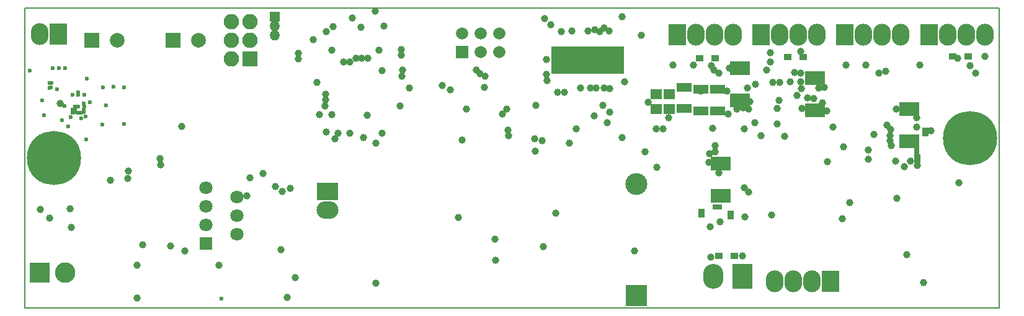
<source format=gbr>
G04 #@! TF.FileFunction,Soldermask,Bot*
%FSLAX46Y46*%
G04 Gerber Fmt 4.6, Leading zero omitted, Abs format (unit mm)*
G04 Created by KiCad (PCBNEW 4.0.7) date 06/06/18 14:30:25*
%MOMM*%
%LPD*%
G01*
G04 APERTURE LIST*
%ADD10C,0.100000*%
%ADD11C,0.150000*%
%ADD12R,2.000000X2.000000*%
%ADD13C,2.000000*%
%ADD14R,0.700000X0.750000*%
%ADD15R,1.650000X1.400000*%
%ADD16R,0.750000X0.700000*%
%ADD17R,3.000000X3.000000*%
%ADD18O,3.000000X3.000000*%
%ADD19R,0.700000X1.850000*%
%ADD20C,7.400000*%
%ADD21R,2.100000X2.100000*%
%ADD22O,2.100000X2.100000*%
%ADD23R,1.400000X1.400000*%
%ADD24O,1.400000X1.400000*%
%ADD25R,2.750000X3.400000*%
%ADD26O,2.750000X3.400000*%
%ADD27C,1.670000*%
%ADD28R,1.670000X1.670000*%
%ADD29R,2.400000X3.000000*%
%ADD30O,2.400000X3.000000*%
%ADD31R,0.830000X0.680000*%
%ADD32R,2.100000X1.300000*%
%ADD33R,1.797000X1.797000*%
%ADD34C,1.797000*%
%ADD35R,1.500000X1.290000*%
%ADD36R,3.000000X2.400000*%
%ADD37O,3.000000X2.400000*%
%ADD38C,2.800000*%
%ADD39R,2.800000X2.800000*%
%ADD40R,1.000000X0.850000*%
%ADD41C,1.000000*%
%ADD42C,0.700000*%
%ADD43C,0.600000*%
G04 APERTURE END LIST*
D10*
D11*
X25000000Y-164000000D02*
X25000000Y-123000000D01*
X158000000Y-164000000D02*
X25000000Y-164000000D01*
X158000000Y-123000000D02*
X158000000Y-164000000D01*
X25000000Y-123000000D02*
X158000000Y-123000000D01*
D12*
X45200000Y-127450000D03*
D13*
X48700000Y-127450000D03*
D14*
X119220000Y-150210000D03*
X119780000Y-150210000D03*
D12*
X34100000Y-127450000D03*
D13*
X37600000Y-127450000D03*
D15*
X111180000Y-134800000D03*
X111180000Y-136800000D03*
X112980000Y-134800000D03*
X112980000Y-136800000D03*
D16*
X146740000Y-142280000D03*
X146740000Y-142840000D03*
D17*
X108490000Y-162350000D03*
D18*
X108490000Y-147110000D03*
D19*
X118960000Y-144300000D03*
X119460000Y-144300000D03*
X119960000Y-144300000D03*
X120460000Y-144300000D03*
X120960000Y-144300000D03*
X120960000Y-148700000D03*
X120460000Y-148700000D03*
X119960000Y-148700000D03*
X119460000Y-148700000D03*
X118960000Y-148700000D03*
X121580000Y-131200000D03*
X122080000Y-131200000D03*
X122580000Y-131200000D03*
X123080000Y-131200000D03*
X123580000Y-131200000D03*
X123580000Y-135600000D03*
X123080000Y-135600000D03*
X122580000Y-135600000D03*
X122080000Y-135600000D03*
X121580000Y-135600000D03*
X131870000Y-132610000D03*
X132370000Y-132610000D03*
X132870000Y-132610000D03*
X133370000Y-132610000D03*
X133870000Y-132610000D03*
X133870000Y-137010000D03*
X133370000Y-137010000D03*
X132870000Y-137010000D03*
X132370000Y-137010000D03*
X131870000Y-137010000D03*
D20*
X154010000Y-140810000D03*
D21*
X55690000Y-129950000D03*
D22*
X53150000Y-129950000D03*
X55690000Y-127410000D03*
X53150000Y-127410000D03*
X55690000Y-124870000D03*
X53150000Y-124870000D03*
D23*
X59090000Y-124250000D03*
D24*
X59090000Y-125520000D03*
X59090000Y-126790000D03*
D25*
X122950000Y-159700000D03*
D26*
X118990000Y-159700000D03*
D27*
X84690000Y-126480000D03*
X87230000Y-126480000D03*
X89770000Y-126480000D03*
D28*
X84690000Y-129020000D03*
D27*
X87230000Y-129020000D03*
X89770000Y-129020000D03*
D29*
X125520000Y-126650000D03*
D30*
X128060000Y-126650000D03*
X130600000Y-126650000D03*
X133140000Y-126650000D03*
D29*
X114080000Y-126650000D03*
D30*
X116620000Y-126650000D03*
X119160000Y-126650000D03*
X121700000Y-126650000D03*
D29*
X136950000Y-126650000D03*
D30*
X139490000Y-126650000D03*
X142030000Y-126650000D03*
X144570000Y-126650000D03*
D29*
X148400000Y-126650000D03*
D30*
X150940000Y-126650000D03*
X153480000Y-126650000D03*
X156020000Y-126650000D03*
D31*
X117330000Y-150810000D03*
X117330000Y-151330000D03*
X121330000Y-151030000D03*
X121330000Y-151550000D03*
D32*
X119520000Y-137050000D03*
X119520000Y-134150000D03*
X117260000Y-137050000D03*
X117260000Y-134150000D03*
X115010000Y-133880000D03*
X115010000Y-136780000D03*
D31*
X146780000Y-143880000D03*
X146780000Y-143360000D03*
X147910000Y-139720000D03*
X147910000Y-140240000D03*
D33*
X49724000Y-155220000D03*
D34*
X53915000Y-153950000D03*
X49724000Y-152680000D03*
X53915000Y-151410000D03*
X49724000Y-150140000D03*
X53915000Y-148870000D03*
X49724000Y-147600000D03*
D35*
X106045000Y-131385000D03*
X106045000Y-130535000D03*
X106045000Y-128835000D03*
X106045000Y-129685000D03*
X104988750Y-129685000D03*
X104988750Y-128835000D03*
X104988750Y-130535000D03*
X104988750Y-131385000D03*
X103932500Y-131385000D03*
X103932500Y-130535000D03*
X103932500Y-128835000D03*
X103932500Y-129685000D03*
X102876250Y-129685000D03*
X102876250Y-128835000D03*
X102876250Y-130535000D03*
X102876250Y-131385000D03*
X101820000Y-131385000D03*
X101820000Y-130535000D03*
X101820000Y-128835000D03*
X101820000Y-129685000D03*
X100763750Y-129685000D03*
X100763750Y-128835000D03*
X100763750Y-130535000D03*
X100763750Y-131385000D03*
X99707500Y-131385000D03*
X99707500Y-130535000D03*
X99707500Y-128835000D03*
X99707500Y-129685000D03*
X98651250Y-129685000D03*
X98651250Y-128835000D03*
X98651250Y-130535000D03*
X98651250Y-131385000D03*
X97595000Y-131385000D03*
X97595000Y-130535000D03*
X97595000Y-128835000D03*
X97595000Y-129685000D03*
D19*
X146710000Y-141200000D03*
X146210000Y-141200000D03*
X145710000Y-141200000D03*
X145210000Y-141200000D03*
X144710000Y-141200000D03*
X144710000Y-136800000D03*
X145210000Y-136800000D03*
X145710000Y-136800000D03*
X146210000Y-136800000D03*
X146710000Y-136800000D03*
D20*
X29000000Y-143500000D03*
D36*
X66330000Y-148100000D03*
D37*
X66330000Y-150640000D03*
D29*
X29550000Y-126600000D03*
D30*
X27010000Y-126600000D03*
D38*
X30500000Y-159200000D03*
D39*
X27000000Y-159200000D03*
D40*
X119180000Y-129910000D03*
X117080000Y-129910000D03*
X151620000Y-129600000D03*
X153720000Y-129600000D03*
X129130000Y-129720000D03*
X131230000Y-129720000D03*
X121830000Y-156910000D03*
X119730000Y-156910000D03*
D29*
X134950000Y-160350000D03*
D30*
X132410000Y-160350000D03*
X129870000Y-160350000D03*
X127330000Y-160350000D03*
D41*
X117260000Y-134399999D03*
D42*
X120960000Y-148610000D03*
D41*
X87680000Y-133900000D03*
X94670000Y-142550000D03*
X126248909Y-131521091D03*
X123975028Y-135790010D03*
X134480000Y-137070000D03*
X146740000Y-139240000D03*
X143876446Y-143973554D03*
X140120000Y-142450000D03*
X133830000Y-135950000D03*
X130070000Y-131800000D03*
X36680000Y-146600000D03*
X43520000Y-144450000D03*
X57460000Y-145630000D03*
X61230000Y-147640000D03*
X71200000Y-140740000D03*
X72875860Y-141510000D03*
X73788316Y-140129999D03*
X83100000Y-134210000D03*
X74020000Y-125490000D03*
X69670000Y-124340000D03*
X67040000Y-125530000D03*
X119004779Y-131524908D03*
X109680000Y-142680000D03*
X112825002Y-138050000D03*
X111250000Y-144743658D03*
D42*
X120460000Y-148700000D03*
X119460000Y-144300000D03*
D41*
X123020000Y-136640000D03*
X121200000Y-131250000D03*
X129480000Y-133059999D03*
X146710000Y-138050000D03*
X145040000Y-144670000D03*
X143960000Y-136820000D03*
X147120000Y-130820000D03*
X154000000Y-130890000D03*
X142520000Y-131670000D03*
X76450000Y-132380000D03*
X77460000Y-133930000D03*
X71740000Y-137670000D03*
X73780000Y-131590000D03*
X66890000Y-128800000D03*
X70910000Y-125610000D03*
X64900000Y-133210000D03*
X72800000Y-123480000D03*
X61930000Y-159850000D03*
X72920000Y-160590000D03*
X99341728Y-141509990D03*
X55700000Y-146190000D03*
X118620000Y-157050000D03*
X90140000Y-137480000D03*
X119890000Y-152200000D03*
X122940000Y-156880000D03*
D43*
X31480000Y-134910000D03*
X25650000Y-131580000D03*
D41*
X44850000Y-155540000D03*
D43*
X51850000Y-162770000D03*
X36110000Y-136300000D03*
X33060000Y-136100000D03*
X32270000Y-134900000D03*
D41*
X119250000Y-142650000D03*
X121030000Y-137480000D03*
X123230000Y-139530000D03*
X156020000Y-129600000D03*
X145390000Y-156730000D03*
X123760000Y-136800000D03*
X123180000Y-147610000D03*
X96170000Y-130030000D03*
X134500000Y-144030000D03*
X123640000Y-133960000D03*
X104100000Y-125750000D03*
X95960000Y-124430000D03*
X96750000Y-125330000D03*
X106480000Y-124220000D03*
X102800000Y-126030000D03*
X106820000Y-133060000D03*
X102960000Y-133980000D03*
X103860000Y-136350000D03*
X98600000Y-134520000D03*
X104820000Y-137290000D03*
X104810000Y-133990000D03*
X152510000Y-146890000D03*
X144050000Y-149060000D03*
X146780000Y-144560000D03*
X102160000Y-133970000D03*
X102720000Y-137760000D03*
X46420000Y-139170000D03*
X27100000Y-150500000D03*
X154810000Y-131920000D03*
X130880000Y-133090000D03*
X87770000Y-132360000D03*
X65970000Y-136420000D03*
X87155891Y-132024014D03*
X141580000Y-131910000D03*
X130930000Y-131950000D03*
X66010000Y-135530000D03*
X86656890Y-131533081D03*
X118710000Y-130890000D03*
X66050686Y-134800686D03*
X113450000Y-130840000D03*
X116280000Y-130850000D03*
X123250000Y-151540000D03*
X108250000Y-156240000D03*
X118550000Y-152930000D03*
X95740000Y-155630000D03*
X152300000Y-129860000D03*
X119250001Y-141850000D03*
X134110000Y-133860000D03*
X143190000Y-139640000D03*
X126750000Y-130360000D03*
X126750000Y-129140000D03*
X94600000Y-140890000D03*
X68540000Y-130390000D03*
X60100000Y-148110000D03*
X39150000Y-145320000D03*
D43*
X32660000Y-138110000D03*
D41*
X98210000Y-126210000D03*
X123770000Y-148190000D03*
X128660000Y-140550000D03*
X140160000Y-143710000D03*
X125520000Y-140470000D03*
X99620000Y-126160000D03*
X127110000Y-133160000D03*
X103510000Y-126220000D03*
X137630000Y-149590000D03*
X101830000Y-126140000D03*
X136730000Y-142020000D03*
X46840000Y-156200000D03*
X31180000Y-150420000D03*
X41080000Y-155400000D03*
X40330000Y-162610000D03*
X135320000Y-139310000D03*
X104080000Y-133980000D03*
X104470000Y-138690000D03*
X109100000Y-126790000D03*
X104730000Y-126190000D03*
X100820000Y-133950000D03*
X97740000Y-134570000D03*
X143060000Y-141160000D03*
X96240000Y-132890000D03*
X66920000Y-137610000D03*
X84670000Y-141050000D03*
X91010000Y-140500000D03*
X89180000Y-154610000D03*
X89210000Y-157520000D03*
X119710000Y-145570000D03*
D43*
X33070000Y-134900000D03*
X33420000Y-132650000D03*
X31260000Y-137900000D03*
X30450000Y-131200000D03*
X28590000Y-133280000D03*
X28580000Y-133900000D03*
X33270000Y-137870000D03*
X28330000Y-133280000D03*
X28330000Y-133920000D03*
X29600000Y-131220000D03*
X28750000Y-131200000D03*
X29390000Y-134110000D03*
D41*
X124660000Y-138720000D03*
X124740000Y-133450000D03*
X106500000Y-140690000D03*
X131850000Y-135330000D03*
X120850000Y-134400000D03*
X122190000Y-136790000D03*
X132720000Y-135370000D03*
X71773646Y-129879990D03*
D43*
X27580000Y-137650000D03*
X31460000Y-137300000D03*
X33340000Y-140970000D03*
X33060000Y-137290000D03*
X31470000Y-136910000D03*
X27320000Y-135650000D03*
X38540000Y-138840000D03*
X33060000Y-136890000D03*
X31870000Y-136900000D03*
X37070000Y-133820000D03*
X32260000Y-134500000D03*
X35610000Y-133840000D03*
X38520000Y-133840000D03*
X32270000Y-137300000D03*
D41*
X111150000Y-139560000D03*
X112090000Y-139530000D03*
X148690000Y-139780000D03*
X81950000Y-133630000D03*
X137050000Y-130840000D03*
X139760000Y-130850000D03*
X118450002Y-142900000D03*
X67730000Y-140160000D03*
X65210000Y-137590000D03*
X119760000Y-131900000D03*
X130960000Y-134010000D03*
X66090000Y-140000000D03*
X62350000Y-129200000D03*
X70950000Y-129880000D03*
X62320000Y-130000000D03*
X70160000Y-129870000D03*
X73330000Y-128760000D03*
X130360000Y-134990000D03*
X76410000Y-129430000D03*
X127928312Y-135626131D03*
X76540000Y-131490000D03*
X100270000Y-139560001D03*
X90740000Y-136830000D03*
X76240000Y-136390000D03*
X145920000Y-143940000D03*
X140910000Y-140300000D03*
X64340000Y-127340000D03*
X43480000Y-143630000D03*
X142692460Y-139047540D03*
X66150000Y-126270000D03*
X29810000Y-136100000D03*
D43*
X32270000Y-136490000D03*
D41*
X67290000Y-140930000D03*
X31370000Y-153030000D03*
X69340000Y-140130000D03*
X143110000Y-140430000D03*
X76400000Y-128700000D03*
X96160000Y-132100000D03*
X110110000Y-135860000D03*
X126900000Y-151290000D03*
X147690000Y-160540000D03*
X136540000Y-151780000D03*
X55313511Y-148660000D03*
D43*
X30041778Y-138308222D03*
X30360000Y-136390000D03*
X30950000Y-139220000D03*
X33080000Y-136510000D03*
X31870000Y-137280000D03*
X31870000Y-136500000D03*
D41*
X97480000Y-151080000D03*
X84180000Y-151660000D03*
X59930000Y-156070000D03*
X118407773Y-144078886D03*
X133380000Y-133920000D03*
X143250000Y-141860000D03*
X95630000Y-141140000D03*
X69340000Y-130380000D03*
X59200000Y-147400000D03*
X39060000Y-146270000D03*
D43*
X32660000Y-137310000D03*
D41*
X118838554Y-139468554D03*
X127660000Y-138830000D03*
X131060002Y-136765002D03*
X127670000Y-136780000D03*
X128000000Y-133160001D03*
X130930000Y-128980000D03*
X85300000Y-136790000D03*
X94730000Y-136330000D03*
X90900000Y-139710000D03*
D43*
X33890000Y-135900000D03*
X35540000Y-138940000D03*
D41*
X28410000Y-151760000D03*
X60830000Y-162600000D03*
X51500000Y-158130000D03*
X40300000Y-158200000D03*
M02*

</source>
